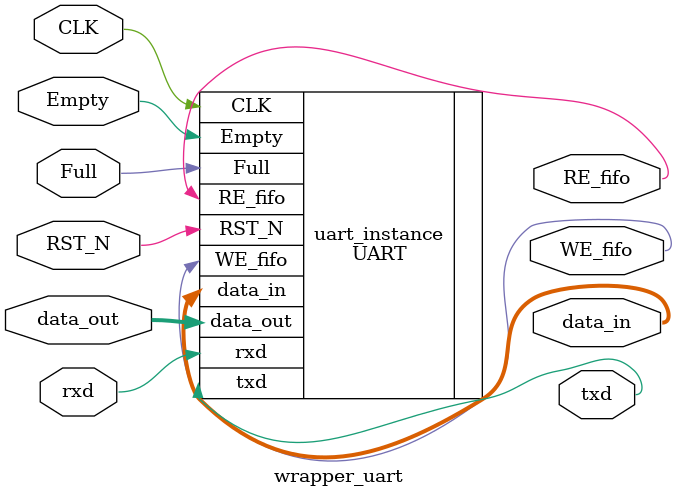
<source format=v>
module wrapper_uart (
    input  wire CLK, RST_N, 
    input  wire rxd, Empty, Full,
    input  wire [7:0] data_out, 
    // input  wire Finish_wb,
    output wire txd, RE_fifo, WE_fifo,
    output wire [7:0] data_in
);

    UART uart_instance(.CLK(CLK), .RST_N(RST_N), .rxd(rxd), .txd(txd), .Empty(Empty), .Full(Full), .data_out(data_out), 
                       .RE_fifo(RE_fifo), .WE_fifo(WE_fifo), .data_in(data_in));

endmodule

</source>
